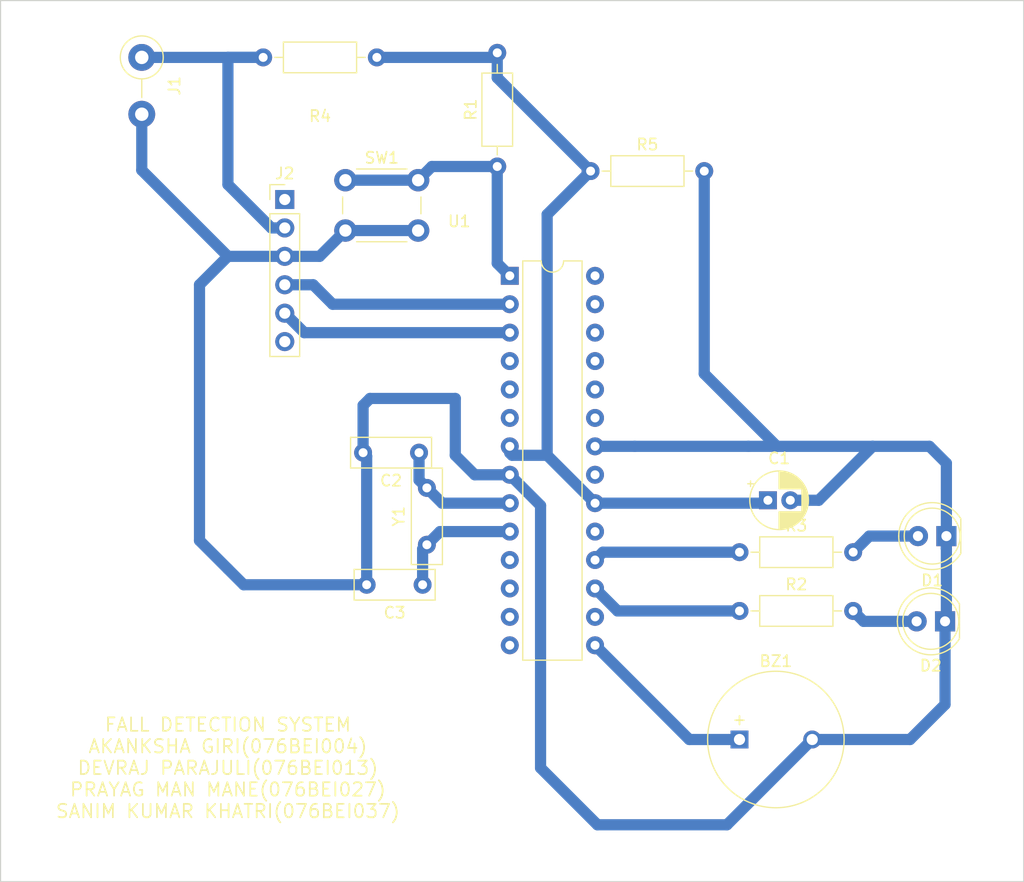
<source format=kicad_pcb>
(kicad_pcb (version 20211014) (generator pcbnew)
  (title_block (title "System"))
  (layers (0 "F.Cu" jumper) (31 "B.Cu" signal) (34 "B.Paste" user) (35 "F.Paste" user) (36 "B.SilkS" user "B.Silkscreen") (37 "F.SilkS" user "F.Silkscreen") (38 "B.Mask" user) (39 "F.Mask" user) (44 "Edge.Cuts" user))
  (net 0 "")
  (net 1 "/PB1")
  (net 2 "GND")
  (net 3 "+3.3V")
  (net 4 "Net-(C2-Pad1)")
  (net 5 "Net-(C3-Pad1)")
  (net 6 "Net-(D1-Pad2)")
  (net 7 "Net-(D2-Pad2)")
  (net 8 "+5V")
  (net 10 "/txd")
  (net 11 "/rxd")
  (net 13 "Net-(R1-Pad1)")
  (net 14 "/PD6")
  (net 15 "/PD7")
  (footprint "Resistor_THT:R_Axial_DIN0207_L6.3mm_D2.5mm_P10.16mm_Horizontal" (layer "F.Cu") (at 177.8 102.64)
    (fp_text reference "R3" (at 5.08 -2.37) (layer "F.SilkS"))
    (fp_text value "440")
    (fp_line (start 9.12 0) (end 8.35 0) (layer "F.SilkS") (width 0.12))
    (fp_line (start 1.81 -1.37) (end 1.81 1.37) (layer "F.SilkS") (width 0.12))
    (fp_line (start 8.35 -1.37) (end 1.81 -1.37) (layer "F.SilkS") (width 0.12))
    (fp_line (start 1.04 0) (end 1.81 0) (layer "F.SilkS") (width 0.12))
    (fp_line (start 1.81 1.37) (end 8.35 1.37) (layer "F.SilkS") (width 0.12))
    (fp_line (start 8.35 1.37) (end 8.35 -1.37) (layer "F.SilkS") (width 0.12))
    (pad "1" thru_hole circle (at 0 0) (size 1.6 1.6) (drill 0.8) (layers *.Cu *.Mask) (net 15 "/PD7"))
    (pad "2" thru_hole oval (at 10.16 0) (size 1.6 1.6) (drill 0.8) (layers *.Cu *.Mask) (net 6 "Net-(D1-Pad2)"))
  )
  (footprint "LED_THT:LED_D5.0mm" (layer "F.Cu") (at 196.290032 101.200668 180)
    (fp_text reference "D1" (at 1.27 -3.96) (layer "F.SilkS"))
    (fp_text value "RLED")
    (fp_line (start -1.29 -1.545) (end -1.29 1.545) (layer "F.SilkS") (width 0.12))
    (fp_arc (start 4.26 -0.000462) (mid 2.072002 2.880433) (end -1.29 1.54483) (layer "F.SilkS") (width 0.12))
    (fp_arc (start -1.29 -1.54483) (mid 2.072002 -2.880433) (end 4.26 0.000462) (layer "F.SilkS") (width 0.12))
    (fp_circle (center 1.27 0) (end 3.77 0) (layer "F.SilkS") (width 0.12) (fill none))
    (pad "1" thru_hole rect (at 0 0 180) (size 1.8 1.8) (drill 0.9) (layers *.Cu *.Mask) (net 2 "GND"))
    (pad "2" thru_hole circle (at 2.54 0 180) (size 1.8 1.8) (drill 0.9) (layers *.Cu *.Mask) (net 6 "Net-(D1-Pad2)"))
  )
  (footprint "Buzzer_Beeper:MagneticBuzzer_ProSignal_ABT-410-RC" (layer "F.Cu") (at 177.8 119.38)
    (fp_text reference "BZ1" (at 3.25 -7) (layer "F.SilkS"))
    (fp_text value "Buzzer")
    (fp_text user "+" (at 0 -1.8) (layer "F.SilkS"))
    (fp_circle (center 3.25 0) (end 9.35 0) (layer "F.SilkS") (width 0.12) (fill none))
    (pad "1" thru_hole rect (at 0 0) (size 1.6 1.6) (drill 1) (layers *.Cu *.Mask) (net 1 "/PB1"))
    (pad "2" thru_hole circle (at 6.5 0) (size 1.6 1.6) (drill 1) (layers *.Cu *.Mask) (net 2 "GND"))
  )
  (footprint "Resistor_THT:R_Box_L8.4mm_W2.5mm_P5.08mm" (layer "F.Cu") (at 149.86 101.975 90)
    (fp_text reference "Y1" (at 2.54 -2.52 90) (layer "F.SilkS"))
    (fp_text value "Crystal")
    (fp_line (start 6.85 -1.39) (end 6.85 1.39) (layer "F.SilkS") (width 0.12))
    (fp_line (start -1.77 -1.39) (end -1.77 1.39) (layer "F.SilkS") (width 0.12))
    (fp_line (start -1.77 1.39) (end 6.85 1.39) (layer "F.SilkS") (width 0.12))
    (fp_line (start -1.77 -1.39) (end 6.85 -1.39) (layer "F.SilkS") (width 0.12))
    (pad "1" thru_hole circle (at 0 0 90) (size 1.6 1.6) (drill 0.8) (layers *.Cu *.Mask) (net 5 "Net-(C3-Pad1)"))
    (pad "2" thru_hole circle (at 5.08 0 90) (size 1.6 1.6) (drill 0.8) (layers *.Cu *.Mask) (net 4 "Net-(C2-Pad1)"))
  )
  (footprint "Resistor_THT:R_Axial_DIN0207_L6.3mm_D2.5mm_P10.16mm_Horizontal" (layer "F.Cu") (at 156.15 68.17 90)
    (fp_text reference "R1" (at 5.08 -2.37 90) (layer "F.SilkS"))
    (fp_text value "10k")
    (fp_line (start 9.12 0) (end 8.35 0) (layer "F.SilkS") (width 0.12))
    (fp_line (start 1.04 0) (end 1.81 0) (layer "F.SilkS") (width 0.12))
    (fp_line (start 1.81 -1.37) (end 1.81 1.37) (layer "F.SilkS") (width 0.12))
    (fp_line (start 1.81 1.37) (end 8.35 1.37) (layer "F.SilkS") (width 0.12))
    (fp_line (start 8.35 -1.37) (end 1.81 -1.37) (layer "F.SilkS") (width 0.12))
    (fp_line (start 8.35 1.37) (end 8.35 -1.37) (layer "F.SilkS") (width 0.12))
    (pad "1" thru_hole circle (at 0 0 90) (size 1.6 1.6) (drill 0.8) (layers *.Cu *.Mask) (net 13 "Net-(R1-Pad1)"))
    (pad "2" thru_hole oval (at 10.16 0 90) (size 1.6 1.6) (drill 0.8) (layers *.Cu *.Mask) (net 3 "+3.3V"))
  )
  (footprint "Connector_PinHeader_2.54mm:PinHeader_1x06_P2.54mm_Vertical" (layer "F.Cu") (at 137.16 71.12)
    (fp_text reference "J2" (at 0 -2.33) (layer "F.SilkS"))
    (fp_text value "Conn_01x06_Female")
    (fp_line (start -1.33 14.03) (end 1.33 14.03) (layer "F.SilkS") (width 0.12))
    (fp_line (start -1.33 1.27) (end -1.33 14.03) (layer "F.SilkS") (width 0.12))
    (fp_line (start -1.33 -1.33) (end 0 -1.33) (layer "F.SilkS") (width 0.12))
    (fp_line (start -1.33 0) (end -1.33 -1.33) (layer "F.SilkS") (width 0.12))
    (fp_line (start 1.33 1.27) (end 1.33 14.03) (layer "F.SilkS") (width 0.12))
    (fp_line (start -1.33 1.27) (end 1.33 1.27) (layer "F.SilkS") (width 0.12))
    (pad "1" thru_hole rect (at 0 0) (size 1.7 1.7) (drill 1) (layers *.Cu *.Mask))
    (pad "2" thru_hole oval (at 0 2.54) (size 1.7 1.7) (drill 1) (layers *.Cu *.Mask) (net 8 "+5V"))
    (pad "3" thru_hole oval (at 0 5.08) (size 1.7 1.7) (drill 1) (layers *.Cu *.Mask) (net 2 "GND"))
    (pad "4" thru_hole oval (at 0 7.62) (size 1.7 1.7) (drill 1) (layers *.Cu *.Mask) (net 10 "/txd"))
    (pad "5" thru_hole oval (at 0 10.16) (size 1.7 1.7) (drill 1) (layers *.Cu *.Mask) (net 11 "/rxd"))
    (pad "6" thru_hole oval (at 0 12.7) (size 1.7 1.7) (drill 1) (layers *.Cu *.Mask))
  )
  (footprint "Resistor_THT:R_Axial_DIN0207_L6.3mm_D2.5mm_P10.16mm_Horizontal" (layer "F.Cu") (at 164.49 68.58)
    (fp_text reference "R5" (at 5.08 -2.37) (layer "F.SilkS"))
    (fp_text value "10kR")
    (fp_line (start 8.35 1.37) (end 8.35 -1.37) (layer "F.SilkS") (width 0.12))
    (fp_line (start 9.12 0) (end 8.35 0) (layer "F.SilkS") (width 0.12))
    (fp_line (start 1.81 -1.37) (end 1.81 1.37) (layer "F.SilkS") (width 0.12))
    (fp_line (start 1.04 0) (end 1.81 0) (layer "F.SilkS") (width 0.12))
    (fp_line (start 8.35 -1.37) (end 1.81 -1.37) (layer "F.SilkS") (width 0.12))
    (fp_line (start 1.81 1.37) (end 8.35 1.37) (layer "F.SilkS") (width 0.12))
    (pad "1" thru_hole circle (at 0 0) (size 1.6 1.6) (drill 0.8) (layers *.Cu *.Mask) (net 3 "+3.3V"))
    (pad "2" thru_hole oval (at 10.16 0) (size 1.6 1.6) (drill 0.8) (layers *.Cu *.Mask) (net 2 "GND"))
  )
  (footprint "Resistor_THT:R_Axial_DIN0411_L9.9mm_D3.6mm_P5.08mm_Vertical" (layer "F.Cu") (at 124.38 58.42 -90)
    (fp_text reference "J1" (at 2.54 -2.92 90) (layer "F.SilkS"))
    (fp_text value "Input")
    (fp_line (start 1.92 0) (end 3.58 0) (layer "F.SilkS") (width 0.12))
    (fp_circle (center 0 0) (end 1.92 0) (layer "F.SilkS") (width 0.12) (fill none))
    (pad "1" thru_hole circle (at 0 0 270) (size 2.4 2.4) (drill 1.2) (layers *.Cu *.Mask) (net 8 "+5V"))
    (pad "2" thru_hole oval (at 5.08 0 270) (size 2.4 2.4) (drill 1.2) (layers *.Cu *.Mask) (net 2 "GND"))
  )
  (footprint "Capacitor_THT:C_Disc_D7.0mm_W2.5mm_P5.00mm" (layer "F.Cu") (at 149.16 93.745 180)
    (fp_text reference "C2" (at 2.5 -2.5) (layer "F.SilkS"))
    (fp_text value "C")
    (fp_line (start -1.12 -1.37) (end -1.12 1.37) (layer "F.SilkS") (width 0.12))
    (fp_line (start -1.12 1.37) (end 6.12 1.37) (layer "F.SilkS") (width 0.12))
    (fp_line (start 6.12 -1.37) (end 6.12 1.37) (layer "F.SilkS") (width 0.12))
    (fp_line (start -1.12 -1.37) (end 6.12 -1.37) (layer "F.SilkS") (width 0.12))
    (pad "1" thru_hole circle (at 0 0 180) (size 1.6 1.6) (drill 0.8) (layers *.Cu *.Mask) (net 4 "Net-(C2-Pad1)"))
    (pad "2" thru_hole circle (at 5 0 180) (size 1.6 1.6) (drill 0.8) (layers *.Cu *.Mask) (net 2 "GND"))
  )
  (footprint "Package_DIP:DIP-28_W7.62mm" (layer "F.Cu") (at 157.27 77.94)
    (fp_text reference "U1" (at -4.52 -4.87) (layer "F.SilkS"))
    (fp_text value "ATmega328P-P")
    (fp_line (start 1.16 -1.33) (end 1.16 34.35) (layer "F.SilkS") (width 0.12))
    (fp_line (start 1.16 34.35) (end 6.46 34.35) (layer "F.SilkS") (width 0.12))
    (fp_line (start 6.46 34.35) (end 6.46 -1.33) (layer "F.SilkS") (width 0.12))
    (fp_line (start 6.46 -1.33) (end 4.81 -1.33) (layer "F.SilkS") (width 0.12))
    (fp_line (start 2.81 -1.33) (end 1.16 -1.33) (layer "F.SilkS") (width 0.12))
    (fp_arc (start 4.81 -1.33) (mid 3.81 -0.33) (end 2.81 -1.33) (layer "F.SilkS") (width 0.12))
    (pad "1" thru_hole rect (at 0 0) (size 1.6 1.6) (drill 0.8) (layers *.Cu *.Mask) (net 13 "Net-(R1-Pad1)"))
    (pad "2" thru_hole oval (at 0 2.54) (size 1.6 1.6) (drill 0.8) (layers *.Cu *.Mask) (net 10 "/txd"))
    (pad "3" thru_hole oval (at 0 5.08) (size 1.6 1.6) (drill 0.8) (layers *.Cu *.Mask) (net 11 "/rxd"))
    (pad "4" thru_hole oval (at 0 7.62) (size 1.6 1.6) (drill 0.8) (layers *.Cu *.Mask))
    (pad "5" thru_hole oval (at 0 10.16) (size 1.6 1.6) (drill 0.8) (layers *.Cu *.Mask))
    (pad "6" thru_hole oval (at 0 12.7) (size 1.6 1.6) (drill 0.8) (layers *.Cu *.Mask))
    (pad "7" thru_hole oval (at 0 15.24) (size 1.6 1.6) (drill 0.8) (layers *.Cu *.Mask) (net 3 "+3.3V"))
    (pad "8" thru_hole oval (at 0 17.78) (size 1.6 1.6) (drill 0.8) (layers *.Cu *.Mask) (net 2 "GND"))
    (pad "9" thru_hole oval (at 0 20.32) (size 1.6 1.6) (drill 0.8) (layers *.Cu *.Mask) (net 4 "Net-(C2-Pad1)"))
    (pad "10" thru_hole oval (at 0 22.86) (size 1.6 1.6) (drill 0.8) (layers *.Cu *.Mask) (net 5 "Net-(C3-Pad1)"))
    (pad "11" thru_hole oval (at 0 25.4) (size 1.6 1.6) (drill 0.8) (layers *.Cu *.Mask))
    (pad "12" thru_hole oval (at 0 27.94) (size 1.6 1.6) (drill 0.8) (layers *.Cu *.Mask))
    (pad "13" thru_hole oval (at 0 30.48) (size 1.6 1.6) (drill 0.8) (layers *.Cu *.Mask))
    (pad "14" thru_hole oval (at 0 33.02) (size 1.6 1.6) (drill 0.8) (layers *.Cu *.Mask))
    (pad "15" thru_hole oval (at 7.62 33.02) (size 1.6 1.6) (drill 0.8) (layers *.Cu *.Mask) (net 1 "/PB1"))
    (pad "16" thru_hole oval (at 7.62 30.48) (size 1.6 1.6) (drill 0.8) (layers *.Cu *.Mask))
    (pad "17" thru_hole oval (at 7.62 27.94) (size 1.6 1.6) (drill 0.8) (layers *.Cu *.Mask) (net 14 "/PD6"))
    (pad "18" thru_hole oval (at 7.62 25.4) (size 1.6 1.6) (drill 0.8) (layers *.Cu *.Mask) (net 15 "/PD7"))
    (pad "19" thru_hole oval (at 7.62 22.86) (size 1.6 1.6) (drill 0.8) (layers *.Cu *.Mask))
    (pad "20" thru_hole oval (at 7.62 20.32) (size 1.6 1.6) (drill 0.8) (layers *.Cu *.Mask) (net 3 "+3.3V"))
    (pad "21" thru_hole oval (at 7.62 17.78) (size 1.6 1.6) (drill 0.8) (layers *.Cu *.Mask))
    (pad "22" thru_hole oval (at 7.62 15.24) (size 1.6 1.6) (drill 0.8) (layers *.Cu *.Mask) (net 2 "GND"))
    (pad "23" thru_hole oval (at 7.62 12.7) (size 1.6 1.6) (drill 0.8) (layers *.Cu *.Mask))
    (pad "24" thru_hole oval (at 7.62 10.16) (size 1.6 1.6) (drill 0.8) (layers *.Cu *.Mask))
    (pad "25" thru_hole oval (at 7.62 7.62) (size 1.6 1.6) (drill 0.8) (layers *.Cu *.Mask))
    (pad "26" thru_hole oval (at 7.62 5.08) (size 1.6 1.6) (drill 0.8) (layers *.Cu *.Mask))
    (pad "27" thru_hole oval (at 7.62 2.54) (size 1.6 1.6) (drill 0.8) (layers *.Cu *.Mask))
    (pad "28" thru_hole oval (at 7.62 0) (size 1.6 1.6) (drill 0.8) (layers *.Cu *.Mask))
  )
  (footprint "Capacitor_THT:CP_Radial_D5.0mm_P2.00mm" (layer "F.Cu") (at 180.34 98)
    (fp_text reference "C1" (at 1 -3.75) (layer "F.SilkS"))
    (fp_text value "10u")
    (fp_line (start 1.44 -2.543) (end 1.44 -1.04) (layer "F.SilkS") (width 0.12))
    (fp_line (start 1 1.04) (end 1 2.58) (layer "F.SilkS") (width 0.12))
    (fp_line (start 2.401 -2.175) (end 2.401 -1.04) (layer "F.SilkS") (width 0.12))
    (fp_line (start 1.08 1.04) (end 1.08 2.579) (layer "F.SilkS") (width 0.12))
    (fp_line (start 1 -2.58) (end 1 -1.04) (layer "F.SilkS") (width 0.12))
    (fp_line (start 2.241 1.04) (end 2.241 2.268) (layer "F.SilkS") (width 0.12))
    (fp_line (start 2.121 1.04) (end 2.121 2.329) (layer "F.SilkS") (width 0.12))
    (fp_line (start 1.04 1.04) (end 1.04 2.58) (layer "F.SilkS") (width 0.12))
    (fp_line (start 1.24 1.04) (end 1.24 2.569) (layer "F.SilkS") (width 0.12))
    (fp_line (start 2.281 1.04) (end 2.281 2.247) (layer "F.SilkS") (width 0.12))
    (fp_line (start 1.961 -2.398) (end 1.961 -1.04) (layer "F.SilkS") (width 0.12))
    (fp_line (start 1.2 -2.573) (end 1.2 -1.04) (layer "F.SilkS") (width 0.12))
    (fp_line (start 1.56 -2.52) (end 1.56 -1.04) (layer "F.SilkS") (width 0.12))
    (fp_line (start 2.001 -2.382) (end 2.001 -1.04) (layer "F.SilkS") (width 0.12))
    (fp_line (start 1.4 -2.55) (end 1.4 -1.04) (layer "F.SilkS") (width 0.12))
    (fp_line (start 1.36 1.04) (end 1.36 2.556) (layer "F.SilkS") (width 0.12))
    (fp_line (start 2.961 1.04) (end 2.961 1.699) (layer "F.SilkS") (width 0.12))
    (fp_line (start 3.081 -1.554) (end 3.081 1.554) (layer "F.SilkS") (width 0.12))
    (fp_line (start 1.801 -2.455) (end 1.801 -1.04) (layer "F.SilkS") (width 0.12))
    (fp_line (start 1.52 1.04) (end 1.52 2.528) (layer "F.SilkS") (width 0.12))
    (fp_line (start 2.441 1.04) (end 2.441 2.149) (layer "F.SilkS") (width 0.12))
    (fp_line (start 1.64 -2.501) (end 1.64 -1.04) (layer "F.SilkS") (width 0.12))
    (fp_line (start 2.201 1.04) (end 2.201 2.29) (layer "F.SilkS") (width 0.12))
    (fp_line (start 1.841 -2.442) (end 1.841 -1.04) (layer "F.SilkS") (width 0.12))
    (fp_line (start 2.921 1.04) (end 2.921 1.743) (layer "F.SilkS") (width 0.12))
    (fp_line (start 1.48 1.04) (end 1.48 2.536) (layer "F.SilkS") (width 0.12))
    (fp_line (start 3.161 -1.443) (end 3.161 1.443) (layer "F.SilkS") (width 0.12))
    (fp_line (start 2.001 1.04) (end 2.001 2.382) (layer "F.SilkS") (width 0.12))
    (fp_line (start 1.16 1.04) (end 1.16 2.576) (layer "F.SilkS") (width 0.12))
    (fp_line (start 1.921 -2.414) (end 1.921 -1.04) (layer "F.SilkS") (width 0.12))
    (fp_line (start 3.521 -0.677) (end 3.521 0.677) (layer "F.SilkS") (width 0.12))
    (fp_line (start 1.16 -2.576) (end 1.16 -1.04) (layer "F.SilkS") (width 0.12))
    (fp_line (start 1.32 1.04) (end 1.32 2.561) (layer "F.SilkS") (width 0.12))
    (fp_line (start 2.841 -1.826) (end 2.841 -1.04) (layer "F.SilkS") (width 0.12))
    (fp_line (start 2.561 -2.065) (end 2.561 -1.04) (layer "F.SilkS") (width 0.12))
    (fp_line (start 1.4 1.04) (end 1.4 2.55) (layer "F.SilkS") (width 0.12))
    (fp_line (start 1.6 -2.511) (end 1.6 -1.04) (layer "F.SilkS") (width 0.12))
    (fp_line (start 2.521 -2.095) (end 2.521 -1.04) (layer "F.SilkS") (width 0.12))
    (fp_line (start 1.64 1.04) (end 1.64 2.501) (layer "F.SilkS") (width 0.12))
    (fp_line (start 1.44 1.04) (end 1.44 2.543) (layer "F.SilkS") (width 0.12))
    (fp_line (start 1.881 1.04) (end 1.881 2.428) (layer "F.SilkS") (width 0.12))
    (fp_line (start 2.641 -2.004) (end 2.641 -1.04) (layer "F.SilkS") (width 0.12))
    (fp_line (start 2.481 1.04) (end 2.481 2.122) (layer "F.SilkS") (width 0.12))
    (fp_line (start 1.921 1.04) (end 1.921 2.414) (layer "F.SilkS") (width 0.12))
    (fp_line (start 1.6 1.04) (end 1.6 2.511) (layer "F.SilkS") (width 0.12))
    (fp_line (start 3.361 -1.098) (end 3.361 1.098) (layer "F.SilkS") (width 0.12))
    (fp_line (start 2.561 1.04) (end 2.561 2.065) (layer "F.SilkS") (width 0.12))
    (fp_line (start 2.081 1.04) (end 2.081 2.348) (layer "F.SilkS") (width 0.12))
    (fp_line (start 2.721 1.04) (end 2.721 1.937) (layer "F.SilkS") (width 0.12))
    (fp_line (start 1.721 1.04) (end 1.721 2.48) (layer "F.SilkS") (width 0.12))
    (fp_line (start 2.681 1.04) (end 2.681 1.971) (layer "F.SilkS") (width 0.12))
    (fp_line (start 2.641 1.04) (end 2.641 2.004) (layer "F.SilkS") (width 0.12))
    (fp_line (start 2.601 1.04) (end 2.601 2.035) (layer "F.SilkS") (width 0.12))
    (fp_line (start 1.08 -2.579) (end 1.08 -1.04) (layer "F.SilkS") (width 0.12))
    (fp_line (start 2.161 -2.31) (end 2.161 -1.04) (layer "F.SilkS") (width 0.12))
    (fp_line (start 3.121 -1.5) (end 3.121 1.5) (layer "F.SilkS") (width 0.12))
    (fp_line (start 1.48 -2.536) (end 1.48 -1.04) (layer "F.SilkS") (width 0.12))
    (fp_line (start 2.361 -2.2) (end 2.361 -1.04) (layer "F.SilkS") (width 0.12))
    (fp_line (start 2.321 -2.224) (end 2.321 -1.04) (layer "F.SilkS") (width 0.12))
    (fp_line (start 1.12 -2.578) (end 1.12 -1.04) (layer "F.SilkS") (width 0.12))
    (fp_line (start 3.281 -1.251) (end 3.281 1.251) (layer "F.SilkS") (width 0.12))
    (fp_line (start 2.721 -1.937) (end 2.721 -1.04) (layer "F.SilkS") (width 0.12))
    (fp_line (start 1.2 1.04) (end 1.2 2.573) (layer "F.SilkS") (width 0.12))
    (fp_line (start 2.161 1.04) (end 2.161 2.31) (layer "F.SilkS") (width 0.12))
    (fp_line (start 3.001 1.04) (end 3.001 1.653) (layer "F.SilkS") (width 0.12))
    (fp_line (start 1.56 1.04) (end 1.56 2.52) (layer "F.SilkS") (width 0.12))
    (fp_line (start -1.554775 -1.725) (end -1.554775 -1.225) (layer "F.SilkS") (width 0.12))
    (fp_line (start 1.761 -2.468) (end 1.761 -1.04) (layer "F.SilkS") (width 0.12))
    (fp_line (start 3.481 -0.805) (end 3.481 0.805) (layer "F.SilkS") (width 0.12))
    (fp_line (start 2.881 1.04) (end 2.881 1.785) (layer "F.SilkS") (width 0.12))
    (fp_line (start 3.561 -0.518) (end 3.561 0.518) (layer "F.SilkS") (width 0.12))
    (fp_line (start 1.28 -2.565) (end 1.28 -1.04) (layer "F.SilkS") (width 0.12))
    (fp_line (start 2.961 -1.699) (end 2.961 -1.04) (layer "F.SilkS") (width 0.12))
    (fp_line (start 2.881 -1.785) (end 2.881 -1.04) (layer "F.SilkS") (width 0.12))
    (fp_line (start 1.68 1.04) (end 1.68 2.491) (layer "F.SilkS") (width 0.12))
    (fp_line (start 2.761 1.04) (end 2.761 1.901) (layer "F.SilkS") (width 0.12))
    (fp_line (start 2.081 -2.348) (end 2.081 -1.04) (layer "F.SilkS") (width 0.12))
    (fp_line (start 2.601 -2.035) (end 2.601 -1.04) (layer "F.SilkS") (width 0.12))
    (fp_line (start 2.041 -2.365) (end 2.041 -1.04) (layer "F.SilkS") (width 0.12))
    (fp_line (start 2.361 1.04) (end 2.361 2.2) (layer "F.SilkS") (width 0.12))
    (fp_line (start 1.721 -2.48) (end 1.721 -1.04) (layer "F.SilkS") (width 0.12))
    (fp_line (start 2.921 -1.743) (end 2.921 -1.04) (layer "F.SilkS") (width 0.12))
    (fp_line (start 1.24 -2.569) (end 1.24 -1.04) (layer "F.SilkS") (width 0.12))
    (fp_line (start 3.321 -1.178) (end 3.321 1.178) (layer "F.SilkS") (width 0.12))
    (fp_line (start 3.601 -0.284) (end 3.601 0.284) (layer "F.SilkS") (width 0.12))
    (fp_line (start 2.041 1.04) (end 2.041 2.365) (layer "F.SilkS") (width 0.12))
    (fp_line (start 2.201 -2.29) (end 2.201 -1.04) (layer "F.SilkS") (width 0.12))
    (fp_line (start 2.761 -1.901) (end 2.761 -1.04) (layer "F.SilkS") (width 0.12))
    (fp_line (start 2.441 -2.149) (end 2.441 -1.04) (layer "F.SilkS") (width 0.12))
    (fp_line (start 1.761 1.04) (end 1.761 2.468) (layer "F.SilkS") (width 0.12))
    (fp_line (start 2.681 -1.971) (end 2.681 -1.04) (layer "F.SilkS") (width 0.12))
    (fp_line (start 3.001 -1.653) (end 3.001 -1.04) (layer "F.SilkS") (width 0.12))
    (fp_line (start 2.801 -1.864) (end 2.801 -1.04) (layer "F.SilkS") (width 0.12))
    (fp_line (start 1.961 1.04) (end 1.961 2.398) (layer "F.SilkS") (width 0.12))
    (fp_line (start 3.401 -1.011) (end 3.401 1.011) (layer "F.SilkS") (width 0.12))
    (fp_line (start 1.04 -2.58) (end 1.04 -1.04) (layer "F.SilkS") (width 0.12))
    (fp_line (start 2.321 1.04) (end 2.321 2.224) (layer "F.SilkS") (width 0.12))
    (fp_line (start 2.121 -2.329) (end 2.121 -1.04) (layer "F.SilkS") (width 0.12))
    (fp_line (start 1.881 -2.428) (end 1.881 -1.04) (layer "F.SilkS") (width 0.12))
    (fp_line (start 2.521 1.04) (end 2.521 2.095) (layer "F.SilkS") (width 0.12))
    (fp_line (start 2.481 -2.122) (end 2.481 -1.04) (layer "F.SilkS") (width 0.12))
    (fp_line (start 1.32 -2.561) (end 1.32 -1.04) (layer "F.SilkS") (width 0.12))
    (fp_line (start 3.241 -1.319) (end 3.241 1.319) (layer "F.SilkS") (width 0.12))
    (fp_line (start 2.281 -2.247) (end 2.281 -1.04) (layer "F.SilkS") (width 0.12))
    (fp_line (start 1.28 1.04) (end 1.28 2.565) (layer "F.SilkS") (width 0.12))
    (fp_line (start 1.12 1.04) (end 1.12 2.578) (layer "F.SilkS") (width 0.12))
    (fp_line (start 1.52 -2.528) (end 1.52 -1.04) (layer "F.SilkS") (width 0.12))
    (fp_line (start 2.801 1.04) (end 2.801 1.864) (layer "F.SilkS") (width 0.12))
    (fp_line (start 3.441 -0.915) (end 3.441 0.915) (layer "F.SilkS") (width 0.12))
    (fp_line (start 1.841 1.04) (end 1.841 2.442) (layer "F.SilkS") (width 0.12))
    (fp_line (start 2.241 -2.268) (end 2.241 -1.04) (layer "F.SilkS") (width 0.12))
    (fp_line (start 3.201 -1.383) (end 3.201 1.383) (layer "F.SilkS") (width 0.12))
    (fp_line (start 3.041 -1.605) (end 3.041 1.605) (layer "F.SilkS") (width 0.12))
    (fp_line (start 1.68 -2.491) (end 1.68 -1.04) (layer "F.SilkS") (width 0.12))
    (fp_line (start 2.841 1.04) (end 2.841 1.826) (layer "F.SilkS") (width 0.12))
    (fp_line (start 1.36 -2.556) (end 1.36 -1.04) (layer "F.SilkS") (width 0.12))
    (fp_line (start 1.801 1.04) (end 1.801 2.455) (layer "F.SilkS") (width 0.12))
    (fp_line (start -1.804775 -1.475) (end -1.304775 -1.475) (layer "F.SilkS") (width 0.12))
    (fp_line (start 2.401 1.04) (end 2.401 2.175) (layer "F.SilkS") (width 0.12))
    (fp_circle (center 1 0) (end 3.62 0) (layer "F.SilkS") (width 0.12) (fill none))
    (pad "1" thru_hole rect (at 0 0) (size 1.6 1.6) (drill 0.8) (layers *.Cu *.Mask) (net 3 "+3.3V"))
    (pad "2" thru_hole circle (at 2 0) (size 1.6 1.6) (drill 0.8) (layers *.Cu *.Mask) (net 2 "GND"))
  )
  (footprint "LED_THT:LED_D5.0mm" (layer "F.Cu") (at 196.170016 108.82064 180)
    (fp_text reference "D2" (at 1.27 -3.96) (layer "F.SilkS"))
    (fp_text value "GLED")
    (fp_line (start -1.29 -1.545) (end -1.29 1.545) (layer "F.SilkS") (width 0.12))
    (fp_arc (start 4.26 -0.000462) (mid 2.072002 2.880433) (end -1.29 1.54483) (layer "F.SilkS") (width 0.12))
    (fp_arc (start -1.29 -1.54483) (mid 2.072002 -2.880433) (end 4.26 0.000462) (layer "F.SilkS") (width 0.12))
    (fp_circle (center 1.27 0) (end 3.77 0) (layer "F.SilkS") (width 0.12) (fill none))
    (pad "1" thru_hole rect (at 0 0 180) (size 1.8 1.8) (drill 0.9) (layers *.Cu *.Mask) (net 2 "GND"))
    (pad "2" thru_hole circle (at 2.54 0 180) (size 1.8 1.8) (drill 0.9) (layers *.Cu *.Mask) (net 7 "Net-(D2-Pad2)"))
  )
  (footprint "Resistor_THT:R_Axial_DIN0207_L6.3mm_D2.5mm_P10.16mm_Horizontal" (layer "F.Cu") (at 135.23 58.42)
    (fp_text reference "R4" (at 5.08 5.25) (layer "F.SilkS"))
    (fp_text value "5.1kR")
    (fp_line (start 1.04 0) (end 1.81 0) (layer "F.SilkS") (width 0.12))
    (fp_line (start 1.81 1.37) (end 8.35 1.37) (layer "F.SilkS") (width 0.12))
    (fp_line (start 8.35 -1.37) (end 1.81 -1.37) (layer "F.SilkS") (width 0.12))
    (fp_line (start 9.12 0) (end 8.35 0) (layer "F.SilkS") (width 0.12))
    (fp_line (start 1.81 -1.37) (end 1.81 1.37) (layer "F.SilkS") (width 0.12))
    (fp_line (start 8.35 1.37) (end 8.35 -1.37) (layer "F.SilkS") (width 0.12))
    (pad "1" thru_hole circle (at 0 0) (size 1.6 1.6) (drill 0.8) (layers *.Cu *.Mask) (net 8 "+5V"))
    (pad "2" thru_hole oval (at 10.16 0) (size 1.6 1.6) (drill 0.8) (layers *.Cu *.Mask) (net 3 "+3.3V"))
  )
  (footprint "Resistor_THT:R_Axial_DIN0207_L6.3mm_D2.5mm_P10.16mm_Horizontal" (layer "F.Cu") (at 177.8 107.89)
    (fp_text reference "R2" (at 5.08 -2.37) (layer "F.SilkS"))
    (fp_text value "440")
    (fp_line (start 9.12 0) (end 8.35 0) (layer "F.SilkS") (width 0.12))
    (fp_line (start 1.81 -1.37) (end 1.81 1.37) (layer "F.SilkS") (width 0.12))
    (fp_line (start 8.35 -1.37) (end 1.81 -1.37) (layer "F.SilkS") (width 0.12))
    (fp_line (start 8.35 1.37) (end 8.35 -1.37) (layer "F.SilkS") (width 0.12))
    (fp_line (start 1.81 1.37) (end 8.35 1.37) (layer "F.SilkS") (width 0.12))
    (fp_line (start 1.04 0) (end 1.81 0) (layer "F.SilkS") (width 0.12))
    (pad "1" thru_hole circle (at 0 0) (size 1.6 1.6) (drill 0.8) (layers *.Cu *.Mask) (net 14 "/PD6"))
    (pad "2" thru_hole oval (at 10.16 0) (size 1.6 1.6) (drill 0.8) (layers *.Cu *.Mask) (net 7 "Net-(D2-Pad2)"))
  )
  (footprint "Button_Switch_THT:SW_PUSH_6mm" (layer "F.Cu") (at 142.578872 69.394436)
    (fp_text reference "SW1" (at 3.25 -2) (layer "F.SilkS"))
    (fp_text value "SW_Push")
    (fp_line (start -0.25 1.5) (end -0.25 3) (layer "F.SilkS") (width 0.12))
    (fp_line (start 5.5 -1) (end 1 -1) (layer "F.SilkS") (width 0.12))
    (fp_line (start 6.75 3) (end 6.75 1.5) (layer "F.SilkS") (width 0.12))
    (fp_line (start 1 5.5) (end 5.5 5.5) (layer "F.SilkS") (width 0.12))
    (pad "1" thru_hole circle (at 6.5 0 90) (size 2 2) (drill 1.1) (layers *.Cu *.Mask) (net 13 "Net-(R1-Pad1)"))
    (pad "1" thru_hole circle (at 0 0 90) (size 2 2) (drill 1.1) (layers *.Cu *.Mask) (net 13 "Net-(R1-Pad1)"))
    (pad "2" thru_hole circle (at 6.5 4.5 90) (size 2 2) (drill 1.1) (layers *.Cu *.Mask) (net 2 "GND"))
    (pad "2" thru_hole circle (at 0 4.5 90) (size 2 2) (drill 1.1) (layers *.Cu *.Mask) (net 2 "GND"))
  )
  (footprint "Capacitor_THT:C_Disc_D7.0mm_W2.5mm_P5.00mm" (layer "F.Cu") (at 149.48 105.55 180)
    (fp_text reference "C3" (at 2.5 -2.5) (layer "F.SilkS"))
    (fp_text value "C")
    (fp_line (start -1.12 -1.37) (end -1.12 1.37) (layer "F.SilkS") (width 0.12))
    (fp_line (start 6.12 -1.37) (end 6.12 1.37) (layer "F.SilkS") (width 0.12))
    (fp_line (start -1.12 1.37) (end 6.12 1.37) (layer "F.SilkS") (width 0.12))
    (fp_line (start -1.12 -1.37) (end 6.12 -1.37) (layer "F.SilkS") (width 0.12))
    (pad "1" thru_hole circle (at 0 0 180) (size 1.6 1.6) (drill 0.8) (layers *.Cu *.Mask) (net 5 "Net-(C3-Pad1)"))
    (pad "2" thru_hole circle (at 5 0 180) (size 1.6 1.6) (drill 0.8) (layers *.Cu *.Mask) (net 2 "GND"))
  )
  (gr_rect (start 203.2 132.08) (end 111.76 53.34) (layer "Edge.Cuts") (width 0.1) (fill none))
  (gr_text "FALL DETECTION SYSTEM\nAKANKSHA GIRI(076BEI004)\nDEVRAJ PARAJULI(076BEI013)\nPRAYAG MAN MANE(076BEI027)\nSANIM KUMAR KHATRI(076BEI037)" (at 132.08 121.92) (layer "F.SilkS") (effects (font (size 1.2 1.2))))
  (segment (start 177.8 119.38) (end 173.31 119.38) (width 1) (layer "B.Cu") (net 1))
  (segment (start 173.31 119.38) (end 164.89 110.96) (width 1) (layer "B.Cu") (net 1))
  (segment (start 152.4 93.98) (end 152.4 88.9) (width 1) (layer "B.Cu") (net 2))
  (segment (start 182.34 98) (end 184.88 98) (width 1) (layer "B.Cu") (net 2))
  (segment (start 189.7 93.18) (end 181.14 93.18) (width 1) (layer "B.Cu") (net 2))
  (segment (start 133.49 105.55) (end 132.08 104.14) (width 1) (layer "B.Cu") (net 2))
  (segment (start 140.273308 76.2) (end 142.578872 73.894436) (width 1) (layer "B.Cu") (net 2))
  (segment (start 157.27 95.72) (end 154.14 95.72) (width 1) (layer "B.Cu") (net 2))
  (segment (start 142.578872 73.894436) (end 149.078872 73.894436) (width 1) (layer "B.Cu") (net 2))
  (segment (start 178.6 93.18) (end 168.44 93.18) (width 1) (layer "B.Cu") (net 2))
  (segment (start 196.290032 102.310032) (end 196.290032 108.700624) (width 1) (layer "B.Cu") (net 2))
  (segment (start 176.68 127) (end 184.3 119.38) (width 1) (layer "B.Cu") (net 2))
  (segment (start 196.290032 101.200668) (end 196.290032 102.310032) (width 1) (layer "B.Cu") (net 2))
  (segment (start 144.78 88.9) (end 144.16 89.52) (width 1) (layer "B.Cu") (net 2))
  (segment (start 165.1 127) (end 176.68 127) (width 1) (layer "B.Cu") (net 2))
  (segment (start 137.16 76.2) (end 140.273308 76.2) (width 1) (layer "B.Cu") (net 2))
  (segment (start 184.3 119.38) (end 193.04 119.38) (width 1) (layer "B.Cu") (net 2))
  (segment (start 129.54 101.6) (end 129.54 78.74) (width 1) (layer "B.Cu") (net 2))
  (segment (start 154.14 95.72) (end 152.4 93.98) (width 1) (layer "B.Cu") (net 2))
  (segment (start 174.65 86.69) (end 181.14 93.18) (width 1) (layer "B.Cu") (net 2))
  (segment (start 174.65 68.58) (end 174.65 86.69) (width 1) (layer "B.Cu") (net 2))
  (segment (start 144.16 89.52) (end 144.16 93.745) (width 1) (layer "B.Cu") (net 2))
  (segment (start 132.08 76.2) (end 137.16 76.2) (width 1) (layer "B.Cu") (net 2))
  (segment (start 193.04 119.38) (end 196.170016 116.249984) (width 1) (layer "B.Cu") (net 2))
  (segment (start 196.290032 102.310032) (end 196.290032 94.690032) (width 1) (layer "B.Cu") (net 2))
  (segment (start 196.290032 94.690032) (end 194.78 93.18) (width 1) (layer "B.Cu") (net 2))
  (segment (start 168.44 93.18) (end 164.89 93.18) (width 1) (layer "B.Cu") (net 2))
  (segment (start 160.02 98.47) (end 160.02 121.92) (width 1) (layer "B.Cu") (net 2))
  (segment (start 184.88 98) (end 189.7 93.18) (width 1) (layer "B.Cu") (net 2))
  (segment (start 181.14 93.18) (end 178.6 93.18) (width 1) (layer "B.Cu") (net 2))
  (segment (start 157.27 95.72) (end 160.02 98.47) (width 1) (layer "B.Cu") (net 2))
  (segment (start 144.48 105.55) (end 133.49 105.55) (width 1) (layer "B.Cu") (net 2))
  (segment (start 144.48 94.065) (end 144.16 93.745) (width 1) (layer "B.Cu") (net 2))
  (segment (start 129.54 78.74) (end 132.08 76.2) (width 1) (layer "B.Cu") (net 2))
  (segment (start 124.38 63.5) (end 124.38 68.5) (width 1) (layer "B.Cu") (net 2))
  (segment (start 194.78 93.18) (end 189.7 93.18) (width 1) (layer "B.Cu") (net 2))
  (segment (start 124.38 68.5) (end 132.08 76.2) (width 1) (layer "B.Cu") (net 2))
  (segment (start 196.170016 116.249984) (end 196.170016 108.82064) (width 1) (layer "B.Cu") (net 2))
  (segment (start 144.48 105.55) (end 144.48 94.065) (width 1) (layer "B.Cu") (net 2))
  (segment (start 196.290032 108.700624) (end 196.170016 108.82064) (width 1) (layer "B.Cu") (net 2))
  (segment (start 132.08 104.14) (end 129.54 101.6) (width 1) (layer "B.Cu") (net 2))
  (segment (start 160.02 121.92) (end 165.1 127) (width 1) (layer "B.Cu") (net 2))
  (segment (start 152.4 88.9) (end 144.78 88.9) (width 1) (layer "B.Cu") (net 2))
  (segment (start 164.89 98.26) (end 160.61 93.98) (width 1) (layer "B.Cu") (net 3))
  (segment (start 157.48 93.98) (end 157.27 93.77) (width 1) (layer "B.Cu") (net 3))
  (segment (start 156.15 58.01) (end 156.15 60.24) (width 1) (layer "B.Cu") (net 3))
  (segment (start 157.27 93.77) (end 157.27 93.18) (width 1) (layer "B.Cu") (net 3))
  (segment (start 160.61 93.98) (end 157.48 93.98) (width 1) (layer "B.Cu") (net 3))
  (segment (start 155.74 58.42) (end 156.15 58.01) (width 1) (layer "B.Cu") (net 3))
  (segment (start 164.89 98.26) (end 180.08 98.26) (width 1) (layer "B.Cu") (net 3))
  (segment (start 160.61 72.46) (end 160.61 93.98) (width 1) (layer "B.Cu") (net 3))
  (segment (start 145.39 58.42) (end 155.74 58.42) (width 1) (layer "B.Cu") (net 3))
  (segment (start 164.49 68.58) (end 160.61 72.46) (width 1) (layer "B.Cu") (net 3))
  (segment (start 156.15 60.24) (end 164.49 68.58) (width 1) (layer "B.Cu") (net 3))
  (segment (start 180.08 98.26) (end 180.34 98) (width 1) (layer "B.Cu") (net 3))
  (segment (start 149.16 96.195) (end 149.86 96.895) (width 1) (layer "B.Cu") (net 4))
  (segment (start 149.16 93.745) (end 149.16 96.195) (width 1) (layer "B.Cu") (net 4))
  (segment (start 151.225 98.26) (end 149.86 96.895) (width 1) (layer "B.Cu") (net 4))
  (segment (start 157.27 98.26) (end 151.225 98.26) (width 1) (layer "B.Cu") (net 4))
  (segment (start 149.48 105.55) (end 149.48 102.355) (width 1) (layer "B.Cu") (net 5))
  (segment (start 151.035 100.8) (end 149.86 101.975) (width 1) (layer "B.Cu") (net 5))
  (segment (start 157.27 100.8) (end 151.035 100.8) (width 1) (layer "B.Cu") (net 5))
  (segment (start 149.48 102.355) (end 149.86 101.975) (width 1) (layer "B.Cu") (net 5))
  (segment (start 189.399332 101.200668) (end 187.96 102.64) (width 1) (layer "B.Cu") (net 6))
  (segment (start 193.750032 101.200668) (end 189.399332 101.200668) (width 1) (layer "B.Cu") (net 6))
  (segment (start 188.89064 108.82064) (end 187.96 107.89) (width 1) (layer "B.Cu") (net 7))
  (segment (start 193.630016 108.82064) (end 188.89064 108.82064) (width 1) (layer "B.Cu") (net 7))
  (segment (start 135.23 58.42) (end 124.38 58.42) (width 1) (layer "B.Cu") (net 8))
  (segment (start 137.16 73.66) (end 135.957919 73.66) (width 1) (layer "B.Cu") (net 8))
  (segment (start 135.957919 73.66) (end 132.08 69.782081) (width 1) (layer "B.Cu") (net 8))
  (segment (start 135.23 58.42) (end 132.08 58.42) (width 1) (layer "B.Cu") (net 8))
  (segment (start 132.08 69.782081) (end 132.08 58.42) (width 1) (layer "B.Cu") (net 8))
  (segment (start 141.44 80.48) (end 139.7 78.74) (width 1) (layer "B.Cu") (net 10))
  (segment (start 157.27 80.48) (end 141.44 80.48) (width 1) (layer "B.Cu") (net 10))
  (segment (start 139.7 78.74) (end 137.16 78.74) (width 1) (layer "B.Cu") (net 10))
  (segment (start 138.9 83.02) (end 137.16 81.28) (width 1) (layer "B.Cu") (net 11))
  (segment (start 157.27 83.02) (end 138.9 83.02) (width 1) (layer "B.Cu") (net 11))
  (segment (start 150.303308 68.17) (end 149.078872 69.394436) (width 1) (layer "B.Cu") (net 13))
  (segment (start 156.15 68.17) (end 156.15 76.82) (width 1) (layer "B.Cu") (net 13))
  (segment (start 156.15 68.17) (end 150.303308 68.17) (width 1) (layer "B.Cu") (net 13))
  (segment (start 142.578872 69.394436) (end 149.078872 69.394436) (width 1) (layer "B.Cu") (net 13))
  (segment (start 156.15 76.82) (end 157.27 77.94) (width 1) (layer "B.Cu") (net 13))
  (segment (start 166.9 107.89) (end 164.89 105.88) (width 1) (layer "B.Cu") (net 14))
  (segment (start 177.8 107.89) (end 166.9 107.89) (width 1) (layer "B.Cu") (net 14))
  (segment (start 165.59 102.64) (end 164.89 103.34) (width 1) (layer "B.Cu") (net 15))
  (segment (start 177.8 102.64) (end 165.59 102.64) (width 1) (layer "B.Cu") (net 15))
)
</source>
